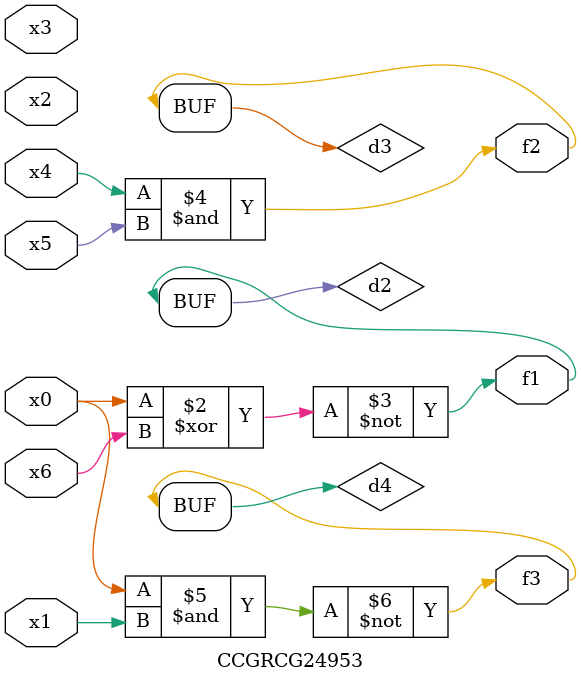
<source format=v>
module CCGRCG24953(
	input x0, x1, x2, x3, x4, x5, x6,
	output f1, f2, f3
);

	wire d1, d2, d3, d4;

	nor (d1, x0);
	xnor (d2, x0, x6);
	and (d3, x4, x5);
	nand (d4, x0, x1);
	assign f1 = d2;
	assign f2 = d3;
	assign f3 = d4;
endmodule

</source>
